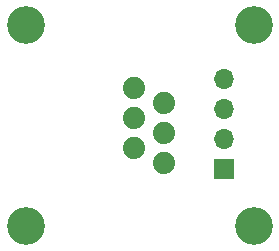
<source format=gbr>
%TF.GenerationSoftware,KiCad,Pcbnew,7.0.10-7.0.10~ubuntu22.04.1*%
%TF.CreationDate,2024-01-31T09:18:21+05:30*%
%TF.ProjectId,bir-bme280-rj11,6269722d-626d-4653-9238-302d726a3131,rev?*%
%TF.SameCoordinates,Original*%
%TF.FileFunction,Soldermask,Top*%
%TF.FilePolarity,Negative*%
%FSLAX46Y46*%
G04 Gerber Fmt 4.6, Leading zero omitted, Abs format (unit mm)*
G04 Created by KiCad (PCBNEW 7.0.10-7.0.10~ubuntu22.04.1) date 2024-01-31 09:18:21*
%MOMM*%
%LPD*%
G01*
G04 APERTURE LIST*
%ADD10C,1.879600*%
%ADD11R,1.700000X1.700000*%
%ADD12O,1.700000X1.700000*%
%ADD13C,3.200000*%
G04 APERTURE END LIST*
D10*
%TO.C,J2*%
X68072000Y-47498000D03*
X65532000Y-46228000D03*
X68072000Y-44958000D03*
X65532000Y-43688000D03*
X68072000Y-42418000D03*
X65532000Y-41148000D03*
%TD*%
D11*
%TO.C,J1*%
X73152000Y-48006000D03*
D12*
X73152000Y-45466000D03*
X73152000Y-42926000D03*
X73152000Y-40386000D03*
%TD*%
D13*
%TO.C,REF\u002A\u002A*%
X56388000Y-52832000D03*
%TD*%
%TO.C,REF\u002A\u002A*%
X75692000Y-52832000D03*
%TD*%
%TO.C,REF\u002A\u002A*%
X75692000Y-35814000D03*
%TD*%
%TO.C,REF\u002A\u002A*%
X56388000Y-35814000D03*
%TD*%
M02*

</source>
